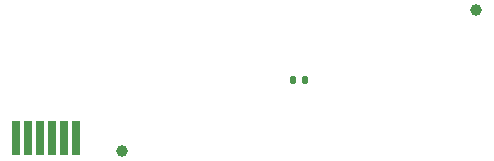
<source format=gbr>
%TF.GenerationSoftware,KiCad,Pcbnew,6.0.11-2627ca5db0~126~ubuntu22.04.1*%
%TF.CreationDate,2025-05-27T11:14:05+02:00*%
%TF.ProjectId,qPocketPCR_Lid,71506f63-6b65-4745-9043-525f4c69642e,rev?*%
%TF.SameCoordinates,Original*%
%TF.FileFunction,Soldermask,Bot*%
%TF.FilePolarity,Negative*%
%FSLAX46Y46*%
G04 Gerber Fmt 4.6, Leading zero omitted, Abs format (unit mm)*
G04 Created by KiCad (PCBNEW 6.0.11-2627ca5db0~126~ubuntu22.04.1) date 2025-05-27 11:14:05*
%MOMM*%
%LPD*%
G01*
G04 APERTURE LIST*
G04 Aperture macros list*
%AMRoundRect*
0 Rectangle with rounded corners*
0 $1 Rounding radius*
0 $2 $3 $4 $5 $6 $7 $8 $9 X,Y pos of 4 corners*
0 Add a 4 corners polygon primitive as box body*
4,1,4,$2,$3,$4,$5,$6,$7,$8,$9,$2,$3,0*
0 Add four circle primitives for the rounded corners*
1,1,$1+$1,$2,$3*
1,1,$1+$1,$4,$5*
1,1,$1+$1,$6,$7*
1,1,$1+$1,$8,$9*
0 Add four rect primitives between the rounded corners*
20,1,$1+$1,$2,$3,$4,$5,0*
20,1,$1+$1,$4,$5,$6,$7,0*
20,1,$1+$1,$6,$7,$8,$9,0*
20,1,$1+$1,$8,$9,$2,$3,0*%
G04 Aperture macros list end*
%ADD10R,0.800000X3.000000*%
%ADD11C,1.000000*%
%ADD12RoundRect,0.135000X0.135000X0.185000X-0.135000X0.185000X-0.135000X-0.185000X0.135000X-0.185000X0*%
G04 APERTURE END LIST*
D10*
%TO.C,X7*%
X56336000Y-104900810D03*
%TD*%
D11*
%TO.C,FID2*%
X62250000Y-106000000D03*
%TD*%
%TO.C,FID1*%
X92250000Y-94000000D03*
%TD*%
D12*
%TO.C,TH1*%
X77760000Y-100000000D03*
X76740000Y-100000000D03*
%TD*%
D10*
%TO.C,X3*%
X53336000Y-104900810D03*
%TD*%
%TO.C,X4*%
X55336000Y-104900810D03*
%TD*%
%TO.C,X2*%
X57336000Y-104900810D03*
%TD*%
%TO.C,X6*%
X54336000Y-104900810D03*
%TD*%
%TO.C,X1*%
X58336000Y-104900810D03*
%TD*%
M02*

</source>
